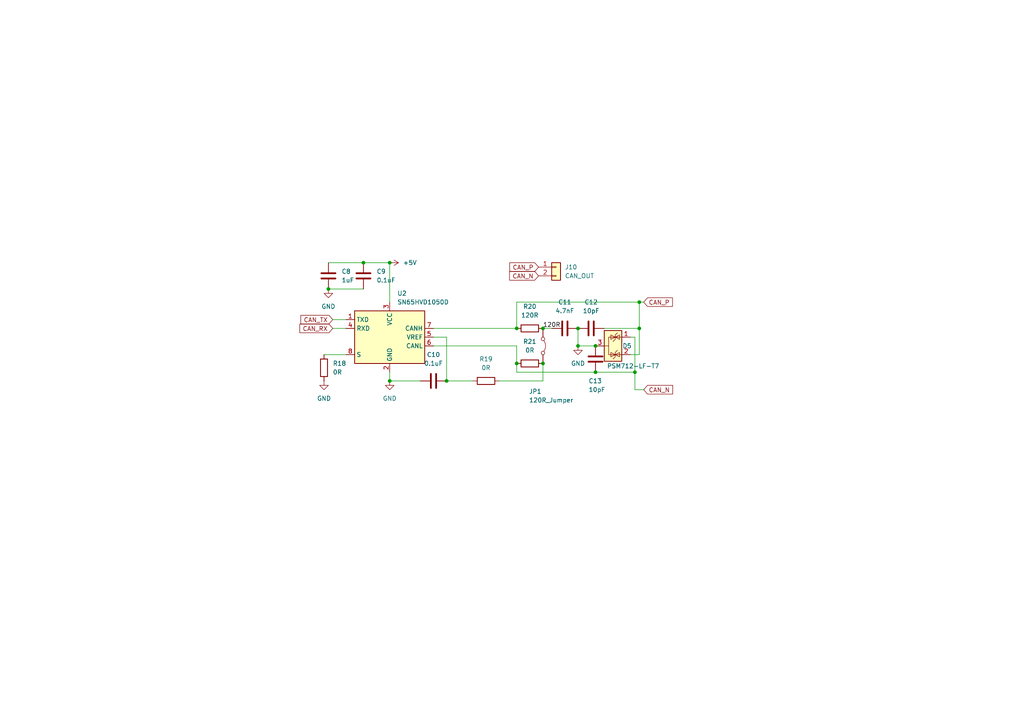
<source format=kicad_sch>
(kicad_sch (version 20231120) (generator "eeschema") (generator_version "8.0")
  (paper "A4")
  (title_block (title "CANBus Checkpoint") (date "2024-05-18") (rev "v1.0") (comment 1 "creativecommons.org/licenses/by-sa/4.0/") (comment 2 "License: CC BY-SA 4.0") (comment 3 "Author: Michael Smith"))
  (lib_symbols
    (symbol "Connector_Generic:Conn_01x02" (pin_names (offset 1.016) hide)
      (property "Reference" "J" (at 0 2.54 0))
      (property "Value" "Conn_01x02" (at 0 -5.08 0))
      (symbol "Conn_01x02_1_1"
        (rectangle (start -1.27 -2.413) (end 0 -2.667) (stroke (width 0.1524)))
        (rectangle (start -1.27 0.127) (end 0 -0.127) (stroke (width 0.1524)))
        (rectangle (start -1.27 1.27) (end 1.27 -3.81) (stroke (width 0.254)) (fill (type background)))
        (pin passive line (at -5.08 0 0) (length 3.81) (name "Pin_1") (number "1"))
        (pin passive line (at -5.08 -2.54 0) (length 3.81) (name "Pin_2") (number "2"))
      )
    )
    (symbol "Device:C" (pin_numbers hide) (pin_names (offset 0.254))
      (property "Reference" "C" (at 0.635 2.54 0))
      (property "Value" "C" (at 0.635 -2.54 0))
      (symbol "C_0_1"
        (polyline (pts (xy -2.032 -0.762) (xy 2.032 -0.762)) (stroke (width 0.508)))
        (polyline (pts (xy -2.032 0.762) (xy 2.032 0.762)) (stroke (width 0.508)))
      )
      (symbol "C_1_1"
        (pin passive line (at 0 3.81 270) (length 2.794) (name "~") (number "1"))
        (pin passive line (at 0 -3.81 90) (length 2.794) (name "~") (number "2"))
      )
    )
    (symbol "Device:R" (pin_numbers hide) (pin_names (offset 0))
      (property "Reference" "R" (at 2.032 0 90))
      (property "Value" "R" (at 0 0 90))
      (symbol "R_0_1"
        (rectangle (start -1.016 -2.54) (end 1.016 2.54) (stroke (width 0.254)))
      )
      (symbol "R_1_1"
        (pin passive line (at 0 3.81 270) (length 1.27) (name "~") (number "1"))
        (pin passive line (at 0 -3.81 90) (length 1.27) (name "~") (number "2"))
      )
    )
    (symbol "Interface_CAN_LIN:SN65HVD1050D"
      (property "Reference" "U" (at -8.89 8.89 0))
      (property "Value" "SN65HVD1050D" (at 1.27 8.89 0))
      (symbol "SN65HVD1050D_0_1"
        (rectangle (start -10.16 7.62) (end 10.16 -7.62) (stroke (width 0.254)) (fill (type background)))
      )
      (symbol "SN65HVD1050D_1_1"
        (pin input line (at -12.7 5.08 0) (length 2.54) (name "TXD") (number "1"))
        (pin power_in line (at 0 -10.16 90) (length 2.54) (name "GND") (number "2"))
        (pin power_in line (at 0 10.16 270) (length 2.54) (name "VCC") (number "3"))
        (pin output line (at -12.7 2.54 0) (length 2.54) (name "RXD") (number "4"))
        (pin passive line (at 12.7 0 180) (length 2.54) (name "VREF") (number "5"))
        (pin bidirectional line (at 12.7 -2.54 180) (length 2.54) (name "CANL") (number "6"))
        (pin bidirectional line (at 12.7 2.54 180) (length 2.54) (name "CANH") (number "7"))
        (pin input line (at -12.7 -5.08 0) (length 2.54) (name "S") (number "8"))
      )
    )
    (symbol "Jumper:Jumper_2_Bridged" (pin_numbers hide) (pin_names (offset 0) hide) (exclude_from_sim yes)
      (property "Reference" "JP" (at 0 1.905 0))
      (property "Value" "Jumper_2_Bridged" (at 0 -2.54 0))
      (symbol "Jumper_2_Bridged_0_0"
        (circle (center -2.032 0) (radius 0.508))
        (circle (center 2.032 0) (radius 0.508))
      )
      (symbol "Jumper_2_Bridged_0_1"
        (arc (start 1.524 0.254) (mid 0 0.762) (end -1.524 0.254))
      )
      (symbol "Jumper_2_Bridged_1_1"
        (pin passive line (at -5.08 0 0) (length 2.54) (name "A") (number "1"))
        (pin passive line (at 5.08 0 180) (length 2.54) (name "B") (number "2"))
      )
    )
    (symbol "Power_Protection:NUP2105L" (pin_names hide)
      (property "Reference" "D" (at 5.715 2.54 0))
      (property "Value" "NUP2105L" (at 5.715 0.635 0))
      (symbol "NUP2105L_0_0"
        (pin passive line (at 0 -5.08 90) (length 2.54) (name "A") (number "3"))
      )
      (symbol "NUP2105L_0_1"
        (rectangle (start -4.445 2.54) (end 4.445 -2.54) (stroke (width 0.254)) (fill (type background)))
        (polyline (pts (xy -2.54 2.54) (xy -2.54 0.635)))
        (polyline (pts (xy 0 -1.27) (xy 0 -2.54)))
        (polyline (pts (xy 2.54 2.54) (xy 2.54 0.635)))
        (polyline (pts (xy -3.81 1.27) (xy -3.175 0.635) (xy -1.905 0.635) (xy -1.27 0)))
        (polyline (pts (xy -2.54 0.635) (xy -2.54 -1.27) (xy 2.54 -1.27) (xy 2.54 0.635)))
        (polyline (pts (xy -2.54 0.635) (xy -1.905 -0.635) (xy -3.175 -0.635) (xy -2.54 0.635)))
        (polyline (pts (xy 2.54 0.635) (xy 1.905 -0.635) (xy 3.175 -0.635) (xy 2.54 0.635)))
        (polyline (pts (xy 2.54 0.635) (xy 3.175 1.905) (xy 1.905 1.905) (xy 2.54 0.635)))
        (polyline (pts (xy -2.54 0.635) (xy -3.175 1.905) (xy -1.905 1.905) (xy -2.54 0.635) (xy -2.54 1.27)))
        (polyline (pts (xy 1.27 1.27) (xy 1.905 0.635) (xy 2.54 0.635) (xy 3.175 0.635) (xy 3.81 0)))
      )
      (symbol "NUP2105L_1_1"
        (pin passive line (at -2.54 5.08 270) (length 2.54) (name "K") (number "1"))
        (pin passive line (at 2.54 5.08 270) (length 2.54) (name "K") (number "2"))
      )
    )
    (symbol "power:+5V" (power) (pin_numbers hide) (pin_names (offset 0) hide)
      (property "Value" "+5V" (at 0 3.556 0))
      (symbol "+5V_0_1"
        (polyline (pts (xy -0.762 1.27) (xy 0 2.54)))
        (polyline (pts (xy 0 0) (xy 0 2.54)))
        (polyline (pts (xy 0 2.54) (xy 0.762 1.27)))
      )
      (symbol "+5V_1_1"
        (pin power_in line (at 0 0 90) (length 0) (name "~") (number "1"))
      )
    )
    (symbol "power:GND" (power) (pin_numbers hide) (pin_names (offset 0) hide)
      (property "Value" "GND" (at 0 -3.81 0))
      (symbol "GND_0_1"
        (polyline (pts (xy 0 0) (xy 0 -1.27) (xy 1.27 -1.27) (xy 0 -2.54) (xy -1.27 -1.27) (xy 0 -1.27)))
      )
      (symbol "GND_1_1"
        (pin power_in line (at 0 0 270) (length 0) (name "~") (number "1"))
      )
    )
  )
  (junction (at 157.48 105.41))
  (junction (at 149.86 95.25))
  (junction (at 184.15 107.95))
  (junction (at 157.48 95.25))
  (junction (at 167.64 100.33))
  (junction (at 185.42 87.63))
  (junction (at 172.72 100.33))
  (junction (at 172.72 107.95))
  (junction (at 95.25 83.82))
  (junction (at 185.42 95.25))
  (junction (at 167.64 95.25))
  (junction (at 129.54 110.49))
  (junction (at 149.86 105.41))
  (junction (at 105.41 76.2))
  (junction (at 113.03 110.49))
  (junction (at 113.03 76.2))
  (wire (pts (xy 95.25 83.82) (xy 105.41 83.82)))
  (wire (pts (xy 96.52 95.25) (xy 100.33 95.25)))
  (wire (pts (xy 105.41 76.2) (xy 113.03 76.2)))
  (wire (pts (xy 149.86 100.33) (xy 149.86 105.41)))
  (wire (pts (xy 113.03 76.2) (xy 113.03 87.63)))
  (wire (pts (xy 125.73 100.33) (xy 149.86 100.33)))
  (wire (pts (xy 172.72 107.95) (xy 184.15 107.95)))
  (wire (pts (xy 129.54 97.79) (xy 129.54 110.49)))
  (wire (pts (xy 184.15 113.03) (xy 186.69 113.03)))
  (wire (pts (xy 185.42 87.63) (xy 186.69 87.63)))
  (wire (pts (xy 149.86 107.95) (xy 149.86 105.41)))
  (wire (pts (xy 125.73 95.25) (xy 149.86 95.25)))
  (wire (pts (xy 149.86 107.95) (xy 172.72 107.95)))
  (wire (pts (xy 125.73 97.79) (xy 129.54 97.79)))
  (wire (pts (xy 144.78 110.49) (xy 157.48 110.49)))
  (wire (pts (xy 95.25 76.2) (xy 105.41 76.2)))
  (wire (pts (xy 182.88 102.87) (xy 185.42 102.87)))
  (wire (pts (xy 175.26 95.25) (xy 185.42 95.25)))
  (wire (pts (xy 93.98 102.87) (xy 100.33 102.87)))
  (wire (pts (xy 149.86 87.63) (xy 185.42 87.63)))
  (wire (pts (xy 157.48 95.25) (xy 160.02 95.25)))
  (wire (pts (xy 167.64 100.33) (xy 172.72 100.33)))
  (wire (pts (xy 167.64 95.25) (xy 167.64 100.33)))
  (wire (pts (xy 184.15 97.79) (xy 184.15 107.95)))
  (wire (pts (xy 113.03 107.95) (xy 113.03 110.49)))
  (wire (pts (xy 185.42 95.25) (xy 185.42 87.63)))
  (wire (pts (xy 129.54 110.49) (xy 137.16 110.49)))
  (wire (pts (xy 157.48 110.49) (xy 157.48 105.41)))
  (wire (pts (xy 184.15 107.95) (xy 184.15 113.03)))
  (wire (pts (xy 113.03 110.49) (xy 121.92 110.49)))
  (wire (pts (xy 185.42 102.87) (xy 185.42 95.25)))
  (wire (pts (xy 96.52 92.71) (xy 100.33 92.71)))
  (wire (pts (xy 182.88 97.79) (xy 184.15 97.79)))
  (wire (pts (xy 149.86 95.25) (xy 149.86 87.63)))
  (label "120R" (at 157.48 95.25 0))
  (global_label "CAN_RX" (shape input) (at 96.52 95.25 180) (property "Intersheetrefs" "${INTERSHEET_REFS}" (effects (hide yes))))
  (global_label "CAN_P" (shape input) (at 186.69 87.63 0) (property "Intersheetrefs" "${INTERSHEET_REFS}" (effects (hide yes))))
  (global_label "CAN_P" (shape input) (at 156.21 77.47 180) (property "Intersheetrefs" "${INTERSHEET_REFS}" (effects (hide yes))))
  (global_label "CAN_TX" (shape input) (at 96.52 92.71 180) (property "Intersheetrefs" "${INTERSHEET_REFS}" (effects (hide yes))))
  (global_label "CAN_N" (shape input) (at 186.69 113.03 0) (property "Intersheetrefs" "${INTERSHEET_REFS}" (effects (hide yes))))
  (global_label "CAN_N" (shape input) (at 156.21 80.01 180) (property "Intersheetrefs" "${INTERSHEET_REFS}" (effects (hide yes))))
  (symbol (lib_id "Device:C") (at 105.41 80.01 180) (unit 1)
    (property "Reference" "C9" (at 109.22 78.7399 0) (effects (justify right)))
    (property "Value" "0.1uF" (at 109.22 81.2799 0) (effects (justify right)))
    (property "Footprint" "Capacitor_SMD:C_0402_1005Metric" (effects (hide yes)))
    (property "Description" "Unpolarized capacitor" (effects (hide yes)))
  )
  (symbol (lib_id "power:GND") (at 95.25 83.82 0) (unit 1)
    (property "Reference" "#PWR019" (effects (hide yes)))
    (property "Value" "GND" (at 95.25 88.9 0))
    (property "Description" "Power symbol creates a global label with name \"GND\" , ground" (effects (hide yes)))
  )
  (symbol (lib_id "power:GND") (at 93.98 110.49 0) (unit 1)
    (property "Reference" "#PWR018" (effects (hide yes)))
    (property "Value" "GND" (at 93.98 115.57 0))
    (property "Description" "Power symbol creates a global label with name \"GND\" , ground" (effects (hide yes)))
  )
  (symbol (lib_id "Device:C") (at 95.25 80.01 180) (unit 1)
    (property "Reference" "C8" (at 99.06 78.7399 0) (effects (justify right)))
    (property "Value" "1uF" (at 99.06 81.2799 0) (effects (justify right)))
    (property "Footprint" "Capacitor_SMD:C_0603_1608Metric" (effects (hide yes)))
    (property "Description" "Unpolarized capacitor" (effects (hide yes)))
  )
  (symbol (lib_id "Device:C") (at 125.73 110.49 90) (unit 1)
    (property "Reference" "C10" (at 125.73 102.87 90))
    (property "Value" "0.1uF" (at 125.73 105.41 90))
    (property "Footprint" "Capacitor_SMD:C_0402_1005Metric" (effects (hide yes)))
    (property "Description" "Unpolarized capacitor" (effects (hide yes)))
  )
  (symbol (lib_id "power:+5V") (at 113.03 76.2 270) (unit 1)
    (property "Reference" "#PWR020" (effects (hide yes)))
    (property "Value" "+5V" (at 116.84 76.1999 90) (effects (justify left)))
    (property "Description" "Power symbol creates a global label with name \"+5V\"" (effects (hide yes)))
  )
  (symbol (lib_id "Interface_CAN_LIN:SN65HVD1050D") (at 113.03 97.79 0) (unit 1)
    (property "Reference" "U2" (at 115.2241 85.09 0) (effects (justify left)))
    (property "Value" "SN65HVD1050D" (at 115.2241 87.63 0) (effects (justify left)))
    (property "Footprint" "Package_SO:SOIC-8_3.9x4.9mm_P1.27mm" (effects (hide yes)))
    (property "Datasheet" "http://www.ti.com/lit/ds/symlink/sn65hvd1050.pdf" (effects (hide yes)))
    (property "Description" "CAN Bus Transceiver, EMC optimised, 5.0V, 1Mbps, SOIC-8" (effects (hide yes)))
  )
  (symbol (lib_id "Device:R") (at 153.67 95.25 90) (unit 1)
    (property "Reference" "R20" (at 153.67 88.9 90))
    (property "Value" "120R" (at 153.67 91.44 90))
    (property "Footprint" "Resistor_SMD:R_0603_1608Metric" (effects (hide yes)))
    (property "Description" "Resistor" (effects (hide yes)))
  )
  (symbol (lib_id "Device:R") (at 153.67 105.41 90) (unit 1)
    (property "Reference" "R21" (at 153.67 99.06 90))
    (property "Value" "0R" (at 153.67 101.6 90))
    (property "Footprint" "Resistor_SMD:R_0603_1608Metric" (effects (hide yes)))
    (property "Description" "Resistor" (effects (hide yes)))
  )
  (symbol (lib_id "Device:R") (at 140.97 110.49 90) (unit 1)
    (property "Reference" "R19" (at 140.97 104.14 90))
    (property "Value" "0R" (at 140.97 106.68 90))
    (property "Footprint" "Resistor_SMD:R_0603_1608Metric" (effects (hide yes)))
    (property "Description" "Resistor" (effects (hide yes)))
  )
  (symbol (lib_id "Device:R") (at 93.98 106.68 180) (unit 1)
    (property "Reference" "R18" (at 96.52 105.4099 0) (effects (justify right)))
    (property "Value" "0R" (at 96.52 107.9499 0) (effects (justify right)))
    (property "Footprint" "Resistor_SMD:R_0603_1608Metric" (effects (hide yes)))
    (property "Description" "Resistor" (effects (hide yes)))
  )
  (symbol (lib_id "Device:C") (at 171.45 95.25 90) (unit 1)
    (property "Reference" "C12" (at 171.45 87.63 90))
    (property "Value" "10pF" (at 171.45 90.17 90))
    (property "Footprint" "Capacitor_SMD:C_0603_1608Metric" (effects (hide yes)))
    (property "Description" "Unpolarized capacitor" (effects (hide yes)))
  )
  (symbol (lib_id "power:GND") (at 113.03 110.49 0) (unit 1)
    (property "Reference" "#PWR021" (effects (hide yes)))
    (property "Value" "GND" (at 113.03 115.57 0))
    (property "Description" "Power symbol creates a global label with name \"GND\" , ground" (effects (hide yes)))
  )
  (symbol (lib_id "Power_Protection:NUP2105L") (at 177.8 100.33 270) (unit 1)
    (property "Reference" "D5" (at 181.864 100.33 90))
    (property "Value" "PSM712-LF-T7" (at 183.642 106.172 90))
    (property "Footprint" "Package_TO_SOT_SMD:SOT-23" (effects (hide yes)))
    (property "Datasheet" "https://www.onsemi.com/pub_link/Collateral/NUP2105L-D.PDF" (effects (hide yes)))
    (property "Description" "Dual Line CAN Bus Protector, 24Vrwm" (effects (hide yes)))
  )
  (symbol (lib_id "Connector_Generic:Conn_01x02") (at 161.29 77.47 0) (unit 1)
    (property "Reference" "J10" (at 163.83 77.4699 0) (effects (justify left)))
    (property "Value" "CAN_OUT" (at 163.83 80.0099 0) (effects (justify left)))
    (property "Footprint" "Connector_JST:JST_XH_B2B-XH-A_1x02_P2.50mm_Vertical" (effects (hide yes)))
    (property "Description" "Generic connector, single row, 01x02, script generated (kicad-library-utils/schlib/autogen/connector/)" (effects (hide yes)))
  )
  (symbol (lib_id "power:GND") (at 167.64 100.33 0) (unit 1)
    (property "Reference" "#PWR022" (effects (hide yes)))
    (property "Value" "GND" (at 167.64 105.41 0))
    (property "Description" "Power symbol creates a global label with name \"GND\" , ground" (effects (hide yes)))
  )
  (symbol (lib_id "Device:C") (at 163.83 95.25 90) (unit 1)
    (property "Reference" "C11" (at 163.83 87.63 90))
    (property "Value" "4.7nF" (at 163.83 90.17 90))
    (property "Footprint" "Capacitor_SMD:C_0603_1608Metric" (effects (hide yes)))
    (property "Description" "Unpolarized capacitor" (effects (hide yes)))
  )
  (symbol (lib_id "Jumper:Jumper_2_Bridged") (at 157.48 100.33 270) (unit 1) (exclude_from_sim yes)
    (property "Reference" "JP1" (at 153.416 113.538 90) (effects (justify left)))
    (property "Value" "120R_Jumper" (at 153.416 116.078 90) (effects (justify left)))
    (property "Footprint" "Connector_PinHeader_2.54mm:PinHeader_1x02_P2.54mm_Vertical" (effects (hide yes)))
    (property "Description" "Jumper, 2-pole, closed/bridged" (effects (hide yes)))
  )
  (symbol (lib_id "Device:C") (at 172.72 104.14 180) (unit 1)
    (property "Reference" "C13" (at 170.688 110.49 0) (effects (justify right)))
    (property "Value" "10pF" (at 170.688 113.03 0) (effects (justify right)))
    (property "Footprint" "Capacitor_SMD:C_0603_1608Metric" (effects (hide yes)))
    (property "Description" "Unpolarized capacitor" (effects (hide yes)))
  )
)
</source>
